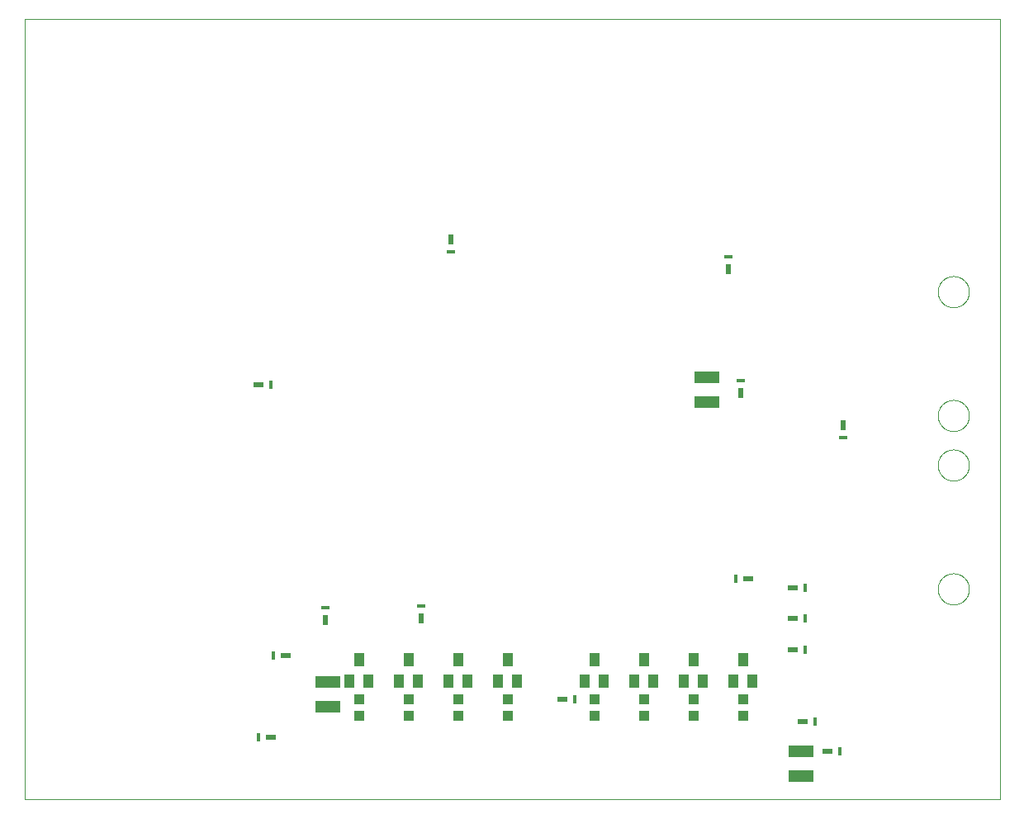
<source format=gbp>
G75*
%MOIN*%
%OFA0B0*%
%FSLAX25Y25*%
%IPPOS*%
%LPD*%
%AMOC8*
5,1,8,0,0,1.08239X$1,22.5*
%
%ADD10C,0.00000*%
%ADD11R,0.04000X0.02000*%
%ADD12R,0.01600X0.03200*%
%ADD13R,0.10000X0.05000*%
%ADD14R,0.02000X0.04000*%
%ADD15R,0.03200X0.01600*%
%ADD16R,0.03937X0.05512*%
%ADD17R,0.04331X0.03937*%
D10*
X0003000Y0106000D02*
X0003000Y0420961D01*
X0396701Y0420961D01*
X0396701Y0106000D01*
X0003000Y0106000D01*
X0371701Y0191000D02*
X0371703Y0191158D01*
X0371709Y0191316D01*
X0371719Y0191474D01*
X0371733Y0191632D01*
X0371751Y0191789D01*
X0371772Y0191946D01*
X0371798Y0192102D01*
X0371828Y0192258D01*
X0371861Y0192413D01*
X0371899Y0192566D01*
X0371940Y0192719D01*
X0371985Y0192871D01*
X0372034Y0193022D01*
X0372087Y0193171D01*
X0372143Y0193319D01*
X0372203Y0193465D01*
X0372267Y0193610D01*
X0372335Y0193753D01*
X0372406Y0193895D01*
X0372480Y0194035D01*
X0372558Y0194172D01*
X0372640Y0194308D01*
X0372724Y0194442D01*
X0372813Y0194573D01*
X0372904Y0194702D01*
X0372999Y0194829D01*
X0373096Y0194954D01*
X0373197Y0195076D01*
X0373301Y0195195D01*
X0373408Y0195312D01*
X0373518Y0195426D01*
X0373631Y0195537D01*
X0373746Y0195646D01*
X0373864Y0195751D01*
X0373985Y0195853D01*
X0374108Y0195953D01*
X0374234Y0196049D01*
X0374362Y0196142D01*
X0374492Y0196232D01*
X0374625Y0196318D01*
X0374760Y0196402D01*
X0374896Y0196481D01*
X0375035Y0196558D01*
X0375176Y0196630D01*
X0375318Y0196700D01*
X0375462Y0196765D01*
X0375608Y0196827D01*
X0375755Y0196885D01*
X0375904Y0196940D01*
X0376054Y0196991D01*
X0376205Y0197038D01*
X0376357Y0197081D01*
X0376510Y0197120D01*
X0376665Y0197156D01*
X0376820Y0197187D01*
X0376976Y0197215D01*
X0377132Y0197239D01*
X0377289Y0197259D01*
X0377447Y0197275D01*
X0377604Y0197287D01*
X0377763Y0197295D01*
X0377921Y0197299D01*
X0378079Y0197299D01*
X0378237Y0197295D01*
X0378396Y0197287D01*
X0378553Y0197275D01*
X0378711Y0197259D01*
X0378868Y0197239D01*
X0379024Y0197215D01*
X0379180Y0197187D01*
X0379335Y0197156D01*
X0379490Y0197120D01*
X0379643Y0197081D01*
X0379795Y0197038D01*
X0379946Y0196991D01*
X0380096Y0196940D01*
X0380245Y0196885D01*
X0380392Y0196827D01*
X0380538Y0196765D01*
X0380682Y0196700D01*
X0380824Y0196630D01*
X0380965Y0196558D01*
X0381104Y0196481D01*
X0381240Y0196402D01*
X0381375Y0196318D01*
X0381508Y0196232D01*
X0381638Y0196142D01*
X0381766Y0196049D01*
X0381892Y0195953D01*
X0382015Y0195853D01*
X0382136Y0195751D01*
X0382254Y0195646D01*
X0382369Y0195537D01*
X0382482Y0195426D01*
X0382592Y0195312D01*
X0382699Y0195195D01*
X0382803Y0195076D01*
X0382904Y0194954D01*
X0383001Y0194829D01*
X0383096Y0194702D01*
X0383187Y0194573D01*
X0383276Y0194442D01*
X0383360Y0194308D01*
X0383442Y0194172D01*
X0383520Y0194035D01*
X0383594Y0193895D01*
X0383665Y0193753D01*
X0383733Y0193610D01*
X0383797Y0193465D01*
X0383857Y0193319D01*
X0383913Y0193171D01*
X0383966Y0193022D01*
X0384015Y0192871D01*
X0384060Y0192719D01*
X0384101Y0192566D01*
X0384139Y0192413D01*
X0384172Y0192258D01*
X0384202Y0192102D01*
X0384228Y0191946D01*
X0384249Y0191789D01*
X0384267Y0191632D01*
X0384281Y0191474D01*
X0384291Y0191316D01*
X0384297Y0191158D01*
X0384299Y0191000D01*
X0384297Y0190842D01*
X0384291Y0190684D01*
X0384281Y0190526D01*
X0384267Y0190368D01*
X0384249Y0190211D01*
X0384228Y0190054D01*
X0384202Y0189898D01*
X0384172Y0189742D01*
X0384139Y0189587D01*
X0384101Y0189434D01*
X0384060Y0189281D01*
X0384015Y0189129D01*
X0383966Y0188978D01*
X0383913Y0188829D01*
X0383857Y0188681D01*
X0383797Y0188535D01*
X0383733Y0188390D01*
X0383665Y0188247D01*
X0383594Y0188105D01*
X0383520Y0187965D01*
X0383442Y0187828D01*
X0383360Y0187692D01*
X0383276Y0187558D01*
X0383187Y0187427D01*
X0383096Y0187298D01*
X0383001Y0187171D01*
X0382904Y0187046D01*
X0382803Y0186924D01*
X0382699Y0186805D01*
X0382592Y0186688D01*
X0382482Y0186574D01*
X0382369Y0186463D01*
X0382254Y0186354D01*
X0382136Y0186249D01*
X0382015Y0186147D01*
X0381892Y0186047D01*
X0381766Y0185951D01*
X0381638Y0185858D01*
X0381508Y0185768D01*
X0381375Y0185682D01*
X0381240Y0185598D01*
X0381104Y0185519D01*
X0380965Y0185442D01*
X0380824Y0185370D01*
X0380682Y0185300D01*
X0380538Y0185235D01*
X0380392Y0185173D01*
X0380245Y0185115D01*
X0380096Y0185060D01*
X0379946Y0185009D01*
X0379795Y0184962D01*
X0379643Y0184919D01*
X0379490Y0184880D01*
X0379335Y0184844D01*
X0379180Y0184813D01*
X0379024Y0184785D01*
X0378868Y0184761D01*
X0378711Y0184741D01*
X0378553Y0184725D01*
X0378396Y0184713D01*
X0378237Y0184705D01*
X0378079Y0184701D01*
X0377921Y0184701D01*
X0377763Y0184705D01*
X0377604Y0184713D01*
X0377447Y0184725D01*
X0377289Y0184741D01*
X0377132Y0184761D01*
X0376976Y0184785D01*
X0376820Y0184813D01*
X0376665Y0184844D01*
X0376510Y0184880D01*
X0376357Y0184919D01*
X0376205Y0184962D01*
X0376054Y0185009D01*
X0375904Y0185060D01*
X0375755Y0185115D01*
X0375608Y0185173D01*
X0375462Y0185235D01*
X0375318Y0185300D01*
X0375176Y0185370D01*
X0375035Y0185442D01*
X0374896Y0185519D01*
X0374760Y0185598D01*
X0374625Y0185682D01*
X0374492Y0185768D01*
X0374362Y0185858D01*
X0374234Y0185951D01*
X0374108Y0186047D01*
X0373985Y0186147D01*
X0373864Y0186249D01*
X0373746Y0186354D01*
X0373631Y0186463D01*
X0373518Y0186574D01*
X0373408Y0186688D01*
X0373301Y0186805D01*
X0373197Y0186924D01*
X0373096Y0187046D01*
X0372999Y0187171D01*
X0372904Y0187298D01*
X0372813Y0187427D01*
X0372724Y0187558D01*
X0372640Y0187692D01*
X0372558Y0187828D01*
X0372480Y0187965D01*
X0372406Y0188105D01*
X0372335Y0188247D01*
X0372267Y0188390D01*
X0372203Y0188535D01*
X0372143Y0188681D01*
X0372087Y0188829D01*
X0372034Y0188978D01*
X0371985Y0189129D01*
X0371940Y0189281D01*
X0371899Y0189434D01*
X0371861Y0189587D01*
X0371828Y0189742D01*
X0371798Y0189898D01*
X0371772Y0190054D01*
X0371751Y0190211D01*
X0371733Y0190368D01*
X0371719Y0190526D01*
X0371709Y0190684D01*
X0371703Y0190842D01*
X0371701Y0191000D01*
X0371701Y0241000D02*
X0371703Y0241158D01*
X0371709Y0241316D01*
X0371719Y0241474D01*
X0371733Y0241632D01*
X0371751Y0241789D01*
X0371772Y0241946D01*
X0371798Y0242102D01*
X0371828Y0242258D01*
X0371861Y0242413D01*
X0371899Y0242566D01*
X0371940Y0242719D01*
X0371985Y0242871D01*
X0372034Y0243022D01*
X0372087Y0243171D01*
X0372143Y0243319D01*
X0372203Y0243465D01*
X0372267Y0243610D01*
X0372335Y0243753D01*
X0372406Y0243895D01*
X0372480Y0244035D01*
X0372558Y0244172D01*
X0372640Y0244308D01*
X0372724Y0244442D01*
X0372813Y0244573D01*
X0372904Y0244702D01*
X0372999Y0244829D01*
X0373096Y0244954D01*
X0373197Y0245076D01*
X0373301Y0245195D01*
X0373408Y0245312D01*
X0373518Y0245426D01*
X0373631Y0245537D01*
X0373746Y0245646D01*
X0373864Y0245751D01*
X0373985Y0245853D01*
X0374108Y0245953D01*
X0374234Y0246049D01*
X0374362Y0246142D01*
X0374492Y0246232D01*
X0374625Y0246318D01*
X0374760Y0246402D01*
X0374896Y0246481D01*
X0375035Y0246558D01*
X0375176Y0246630D01*
X0375318Y0246700D01*
X0375462Y0246765D01*
X0375608Y0246827D01*
X0375755Y0246885D01*
X0375904Y0246940D01*
X0376054Y0246991D01*
X0376205Y0247038D01*
X0376357Y0247081D01*
X0376510Y0247120D01*
X0376665Y0247156D01*
X0376820Y0247187D01*
X0376976Y0247215D01*
X0377132Y0247239D01*
X0377289Y0247259D01*
X0377447Y0247275D01*
X0377604Y0247287D01*
X0377763Y0247295D01*
X0377921Y0247299D01*
X0378079Y0247299D01*
X0378237Y0247295D01*
X0378396Y0247287D01*
X0378553Y0247275D01*
X0378711Y0247259D01*
X0378868Y0247239D01*
X0379024Y0247215D01*
X0379180Y0247187D01*
X0379335Y0247156D01*
X0379490Y0247120D01*
X0379643Y0247081D01*
X0379795Y0247038D01*
X0379946Y0246991D01*
X0380096Y0246940D01*
X0380245Y0246885D01*
X0380392Y0246827D01*
X0380538Y0246765D01*
X0380682Y0246700D01*
X0380824Y0246630D01*
X0380965Y0246558D01*
X0381104Y0246481D01*
X0381240Y0246402D01*
X0381375Y0246318D01*
X0381508Y0246232D01*
X0381638Y0246142D01*
X0381766Y0246049D01*
X0381892Y0245953D01*
X0382015Y0245853D01*
X0382136Y0245751D01*
X0382254Y0245646D01*
X0382369Y0245537D01*
X0382482Y0245426D01*
X0382592Y0245312D01*
X0382699Y0245195D01*
X0382803Y0245076D01*
X0382904Y0244954D01*
X0383001Y0244829D01*
X0383096Y0244702D01*
X0383187Y0244573D01*
X0383276Y0244442D01*
X0383360Y0244308D01*
X0383442Y0244172D01*
X0383520Y0244035D01*
X0383594Y0243895D01*
X0383665Y0243753D01*
X0383733Y0243610D01*
X0383797Y0243465D01*
X0383857Y0243319D01*
X0383913Y0243171D01*
X0383966Y0243022D01*
X0384015Y0242871D01*
X0384060Y0242719D01*
X0384101Y0242566D01*
X0384139Y0242413D01*
X0384172Y0242258D01*
X0384202Y0242102D01*
X0384228Y0241946D01*
X0384249Y0241789D01*
X0384267Y0241632D01*
X0384281Y0241474D01*
X0384291Y0241316D01*
X0384297Y0241158D01*
X0384299Y0241000D01*
X0384297Y0240842D01*
X0384291Y0240684D01*
X0384281Y0240526D01*
X0384267Y0240368D01*
X0384249Y0240211D01*
X0384228Y0240054D01*
X0384202Y0239898D01*
X0384172Y0239742D01*
X0384139Y0239587D01*
X0384101Y0239434D01*
X0384060Y0239281D01*
X0384015Y0239129D01*
X0383966Y0238978D01*
X0383913Y0238829D01*
X0383857Y0238681D01*
X0383797Y0238535D01*
X0383733Y0238390D01*
X0383665Y0238247D01*
X0383594Y0238105D01*
X0383520Y0237965D01*
X0383442Y0237828D01*
X0383360Y0237692D01*
X0383276Y0237558D01*
X0383187Y0237427D01*
X0383096Y0237298D01*
X0383001Y0237171D01*
X0382904Y0237046D01*
X0382803Y0236924D01*
X0382699Y0236805D01*
X0382592Y0236688D01*
X0382482Y0236574D01*
X0382369Y0236463D01*
X0382254Y0236354D01*
X0382136Y0236249D01*
X0382015Y0236147D01*
X0381892Y0236047D01*
X0381766Y0235951D01*
X0381638Y0235858D01*
X0381508Y0235768D01*
X0381375Y0235682D01*
X0381240Y0235598D01*
X0381104Y0235519D01*
X0380965Y0235442D01*
X0380824Y0235370D01*
X0380682Y0235300D01*
X0380538Y0235235D01*
X0380392Y0235173D01*
X0380245Y0235115D01*
X0380096Y0235060D01*
X0379946Y0235009D01*
X0379795Y0234962D01*
X0379643Y0234919D01*
X0379490Y0234880D01*
X0379335Y0234844D01*
X0379180Y0234813D01*
X0379024Y0234785D01*
X0378868Y0234761D01*
X0378711Y0234741D01*
X0378553Y0234725D01*
X0378396Y0234713D01*
X0378237Y0234705D01*
X0378079Y0234701D01*
X0377921Y0234701D01*
X0377763Y0234705D01*
X0377604Y0234713D01*
X0377447Y0234725D01*
X0377289Y0234741D01*
X0377132Y0234761D01*
X0376976Y0234785D01*
X0376820Y0234813D01*
X0376665Y0234844D01*
X0376510Y0234880D01*
X0376357Y0234919D01*
X0376205Y0234962D01*
X0376054Y0235009D01*
X0375904Y0235060D01*
X0375755Y0235115D01*
X0375608Y0235173D01*
X0375462Y0235235D01*
X0375318Y0235300D01*
X0375176Y0235370D01*
X0375035Y0235442D01*
X0374896Y0235519D01*
X0374760Y0235598D01*
X0374625Y0235682D01*
X0374492Y0235768D01*
X0374362Y0235858D01*
X0374234Y0235951D01*
X0374108Y0236047D01*
X0373985Y0236147D01*
X0373864Y0236249D01*
X0373746Y0236354D01*
X0373631Y0236463D01*
X0373518Y0236574D01*
X0373408Y0236688D01*
X0373301Y0236805D01*
X0373197Y0236924D01*
X0373096Y0237046D01*
X0372999Y0237171D01*
X0372904Y0237298D01*
X0372813Y0237427D01*
X0372724Y0237558D01*
X0372640Y0237692D01*
X0372558Y0237828D01*
X0372480Y0237965D01*
X0372406Y0238105D01*
X0372335Y0238247D01*
X0372267Y0238390D01*
X0372203Y0238535D01*
X0372143Y0238681D01*
X0372087Y0238829D01*
X0372034Y0238978D01*
X0371985Y0239129D01*
X0371940Y0239281D01*
X0371899Y0239434D01*
X0371861Y0239587D01*
X0371828Y0239742D01*
X0371798Y0239898D01*
X0371772Y0240054D01*
X0371751Y0240211D01*
X0371733Y0240368D01*
X0371719Y0240526D01*
X0371709Y0240684D01*
X0371703Y0240842D01*
X0371701Y0241000D01*
X0371701Y0261000D02*
X0371703Y0261158D01*
X0371709Y0261316D01*
X0371719Y0261474D01*
X0371733Y0261632D01*
X0371751Y0261789D01*
X0371772Y0261946D01*
X0371798Y0262102D01*
X0371828Y0262258D01*
X0371861Y0262413D01*
X0371899Y0262566D01*
X0371940Y0262719D01*
X0371985Y0262871D01*
X0372034Y0263022D01*
X0372087Y0263171D01*
X0372143Y0263319D01*
X0372203Y0263465D01*
X0372267Y0263610D01*
X0372335Y0263753D01*
X0372406Y0263895D01*
X0372480Y0264035D01*
X0372558Y0264172D01*
X0372640Y0264308D01*
X0372724Y0264442D01*
X0372813Y0264573D01*
X0372904Y0264702D01*
X0372999Y0264829D01*
X0373096Y0264954D01*
X0373197Y0265076D01*
X0373301Y0265195D01*
X0373408Y0265312D01*
X0373518Y0265426D01*
X0373631Y0265537D01*
X0373746Y0265646D01*
X0373864Y0265751D01*
X0373985Y0265853D01*
X0374108Y0265953D01*
X0374234Y0266049D01*
X0374362Y0266142D01*
X0374492Y0266232D01*
X0374625Y0266318D01*
X0374760Y0266402D01*
X0374896Y0266481D01*
X0375035Y0266558D01*
X0375176Y0266630D01*
X0375318Y0266700D01*
X0375462Y0266765D01*
X0375608Y0266827D01*
X0375755Y0266885D01*
X0375904Y0266940D01*
X0376054Y0266991D01*
X0376205Y0267038D01*
X0376357Y0267081D01*
X0376510Y0267120D01*
X0376665Y0267156D01*
X0376820Y0267187D01*
X0376976Y0267215D01*
X0377132Y0267239D01*
X0377289Y0267259D01*
X0377447Y0267275D01*
X0377604Y0267287D01*
X0377763Y0267295D01*
X0377921Y0267299D01*
X0378079Y0267299D01*
X0378237Y0267295D01*
X0378396Y0267287D01*
X0378553Y0267275D01*
X0378711Y0267259D01*
X0378868Y0267239D01*
X0379024Y0267215D01*
X0379180Y0267187D01*
X0379335Y0267156D01*
X0379490Y0267120D01*
X0379643Y0267081D01*
X0379795Y0267038D01*
X0379946Y0266991D01*
X0380096Y0266940D01*
X0380245Y0266885D01*
X0380392Y0266827D01*
X0380538Y0266765D01*
X0380682Y0266700D01*
X0380824Y0266630D01*
X0380965Y0266558D01*
X0381104Y0266481D01*
X0381240Y0266402D01*
X0381375Y0266318D01*
X0381508Y0266232D01*
X0381638Y0266142D01*
X0381766Y0266049D01*
X0381892Y0265953D01*
X0382015Y0265853D01*
X0382136Y0265751D01*
X0382254Y0265646D01*
X0382369Y0265537D01*
X0382482Y0265426D01*
X0382592Y0265312D01*
X0382699Y0265195D01*
X0382803Y0265076D01*
X0382904Y0264954D01*
X0383001Y0264829D01*
X0383096Y0264702D01*
X0383187Y0264573D01*
X0383276Y0264442D01*
X0383360Y0264308D01*
X0383442Y0264172D01*
X0383520Y0264035D01*
X0383594Y0263895D01*
X0383665Y0263753D01*
X0383733Y0263610D01*
X0383797Y0263465D01*
X0383857Y0263319D01*
X0383913Y0263171D01*
X0383966Y0263022D01*
X0384015Y0262871D01*
X0384060Y0262719D01*
X0384101Y0262566D01*
X0384139Y0262413D01*
X0384172Y0262258D01*
X0384202Y0262102D01*
X0384228Y0261946D01*
X0384249Y0261789D01*
X0384267Y0261632D01*
X0384281Y0261474D01*
X0384291Y0261316D01*
X0384297Y0261158D01*
X0384299Y0261000D01*
X0384297Y0260842D01*
X0384291Y0260684D01*
X0384281Y0260526D01*
X0384267Y0260368D01*
X0384249Y0260211D01*
X0384228Y0260054D01*
X0384202Y0259898D01*
X0384172Y0259742D01*
X0384139Y0259587D01*
X0384101Y0259434D01*
X0384060Y0259281D01*
X0384015Y0259129D01*
X0383966Y0258978D01*
X0383913Y0258829D01*
X0383857Y0258681D01*
X0383797Y0258535D01*
X0383733Y0258390D01*
X0383665Y0258247D01*
X0383594Y0258105D01*
X0383520Y0257965D01*
X0383442Y0257828D01*
X0383360Y0257692D01*
X0383276Y0257558D01*
X0383187Y0257427D01*
X0383096Y0257298D01*
X0383001Y0257171D01*
X0382904Y0257046D01*
X0382803Y0256924D01*
X0382699Y0256805D01*
X0382592Y0256688D01*
X0382482Y0256574D01*
X0382369Y0256463D01*
X0382254Y0256354D01*
X0382136Y0256249D01*
X0382015Y0256147D01*
X0381892Y0256047D01*
X0381766Y0255951D01*
X0381638Y0255858D01*
X0381508Y0255768D01*
X0381375Y0255682D01*
X0381240Y0255598D01*
X0381104Y0255519D01*
X0380965Y0255442D01*
X0380824Y0255370D01*
X0380682Y0255300D01*
X0380538Y0255235D01*
X0380392Y0255173D01*
X0380245Y0255115D01*
X0380096Y0255060D01*
X0379946Y0255009D01*
X0379795Y0254962D01*
X0379643Y0254919D01*
X0379490Y0254880D01*
X0379335Y0254844D01*
X0379180Y0254813D01*
X0379024Y0254785D01*
X0378868Y0254761D01*
X0378711Y0254741D01*
X0378553Y0254725D01*
X0378396Y0254713D01*
X0378237Y0254705D01*
X0378079Y0254701D01*
X0377921Y0254701D01*
X0377763Y0254705D01*
X0377604Y0254713D01*
X0377447Y0254725D01*
X0377289Y0254741D01*
X0377132Y0254761D01*
X0376976Y0254785D01*
X0376820Y0254813D01*
X0376665Y0254844D01*
X0376510Y0254880D01*
X0376357Y0254919D01*
X0376205Y0254962D01*
X0376054Y0255009D01*
X0375904Y0255060D01*
X0375755Y0255115D01*
X0375608Y0255173D01*
X0375462Y0255235D01*
X0375318Y0255300D01*
X0375176Y0255370D01*
X0375035Y0255442D01*
X0374896Y0255519D01*
X0374760Y0255598D01*
X0374625Y0255682D01*
X0374492Y0255768D01*
X0374362Y0255858D01*
X0374234Y0255951D01*
X0374108Y0256047D01*
X0373985Y0256147D01*
X0373864Y0256249D01*
X0373746Y0256354D01*
X0373631Y0256463D01*
X0373518Y0256574D01*
X0373408Y0256688D01*
X0373301Y0256805D01*
X0373197Y0256924D01*
X0373096Y0257046D01*
X0372999Y0257171D01*
X0372904Y0257298D01*
X0372813Y0257427D01*
X0372724Y0257558D01*
X0372640Y0257692D01*
X0372558Y0257828D01*
X0372480Y0257965D01*
X0372406Y0258105D01*
X0372335Y0258247D01*
X0372267Y0258390D01*
X0372203Y0258535D01*
X0372143Y0258681D01*
X0372087Y0258829D01*
X0372034Y0258978D01*
X0371985Y0259129D01*
X0371940Y0259281D01*
X0371899Y0259434D01*
X0371861Y0259587D01*
X0371828Y0259742D01*
X0371798Y0259898D01*
X0371772Y0260054D01*
X0371751Y0260211D01*
X0371733Y0260368D01*
X0371719Y0260526D01*
X0371709Y0260684D01*
X0371703Y0260842D01*
X0371701Y0261000D01*
X0371701Y0311000D02*
X0371703Y0311158D01*
X0371709Y0311316D01*
X0371719Y0311474D01*
X0371733Y0311632D01*
X0371751Y0311789D01*
X0371772Y0311946D01*
X0371798Y0312102D01*
X0371828Y0312258D01*
X0371861Y0312413D01*
X0371899Y0312566D01*
X0371940Y0312719D01*
X0371985Y0312871D01*
X0372034Y0313022D01*
X0372087Y0313171D01*
X0372143Y0313319D01*
X0372203Y0313465D01*
X0372267Y0313610D01*
X0372335Y0313753D01*
X0372406Y0313895D01*
X0372480Y0314035D01*
X0372558Y0314172D01*
X0372640Y0314308D01*
X0372724Y0314442D01*
X0372813Y0314573D01*
X0372904Y0314702D01*
X0372999Y0314829D01*
X0373096Y0314954D01*
X0373197Y0315076D01*
X0373301Y0315195D01*
X0373408Y0315312D01*
X0373518Y0315426D01*
X0373631Y0315537D01*
X0373746Y0315646D01*
X0373864Y0315751D01*
X0373985Y0315853D01*
X0374108Y0315953D01*
X0374234Y0316049D01*
X0374362Y0316142D01*
X0374492Y0316232D01*
X0374625Y0316318D01*
X0374760Y0316402D01*
X0374896Y0316481D01*
X0375035Y0316558D01*
X0375176Y0316630D01*
X0375318Y0316700D01*
X0375462Y0316765D01*
X0375608Y0316827D01*
X0375755Y0316885D01*
X0375904Y0316940D01*
X0376054Y0316991D01*
X0376205Y0317038D01*
X0376357Y0317081D01*
X0376510Y0317120D01*
X0376665Y0317156D01*
X0376820Y0317187D01*
X0376976Y0317215D01*
X0377132Y0317239D01*
X0377289Y0317259D01*
X0377447Y0317275D01*
X0377604Y0317287D01*
X0377763Y0317295D01*
X0377921Y0317299D01*
X0378079Y0317299D01*
X0378237Y0317295D01*
X0378396Y0317287D01*
X0378553Y0317275D01*
X0378711Y0317259D01*
X0378868Y0317239D01*
X0379024Y0317215D01*
X0379180Y0317187D01*
X0379335Y0317156D01*
X0379490Y0317120D01*
X0379643Y0317081D01*
X0379795Y0317038D01*
X0379946Y0316991D01*
X0380096Y0316940D01*
X0380245Y0316885D01*
X0380392Y0316827D01*
X0380538Y0316765D01*
X0380682Y0316700D01*
X0380824Y0316630D01*
X0380965Y0316558D01*
X0381104Y0316481D01*
X0381240Y0316402D01*
X0381375Y0316318D01*
X0381508Y0316232D01*
X0381638Y0316142D01*
X0381766Y0316049D01*
X0381892Y0315953D01*
X0382015Y0315853D01*
X0382136Y0315751D01*
X0382254Y0315646D01*
X0382369Y0315537D01*
X0382482Y0315426D01*
X0382592Y0315312D01*
X0382699Y0315195D01*
X0382803Y0315076D01*
X0382904Y0314954D01*
X0383001Y0314829D01*
X0383096Y0314702D01*
X0383187Y0314573D01*
X0383276Y0314442D01*
X0383360Y0314308D01*
X0383442Y0314172D01*
X0383520Y0314035D01*
X0383594Y0313895D01*
X0383665Y0313753D01*
X0383733Y0313610D01*
X0383797Y0313465D01*
X0383857Y0313319D01*
X0383913Y0313171D01*
X0383966Y0313022D01*
X0384015Y0312871D01*
X0384060Y0312719D01*
X0384101Y0312566D01*
X0384139Y0312413D01*
X0384172Y0312258D01*
X0384202Y0312102D01*
X0384228Y0311946D01*
X0384249Y0311789D01*
X0384267Y0311632D01*
X0384281Y0311474D01*
X0384291Y0311316D01*
X0384297Y0311158D01*
X0384299Y0311000D01*
X0384297Y0310842D01*
X0384291Y0310684D01*
X0384281Y0310526D01*
X0384267Y0310368D01*
X0384249Y0310211D01*
X0384228Y0310054D01*
X0384202Y0309898D01*
X0384172Y0309742D01*
X0384139Y0309587D01*
X0384101Y0309434D01*
X0384060Y0309281D01*
X0384015Y0309129D01*
X0383966Y0308978D01*
X0383913Y0308829D01*
X0383857Y0308681D01*
X0383797Y0308535D01*
X0383733Y0308390D01*
X0383665Y0308247D01*
X0383594Y0308105D01*
X0383520Y0307965D01*
X0383442Y0307828D01*
X0383360Y0307692D01*
X0383276Y0307558D01*
X0383187Y0307427D01*
X0383096Y0307298D01*
X0383001Y0307171D01*
X0382904Y0307046D01*
X0382803Y0306924D01*
X0382699Y0306805D01*
X0382592Y0306688D01*
X0382482Y0306574D01*
X0382369Y0306463D01*
X0382254Y0306354D01*
X0382136Y0306249D01*
X0382015Y0306147D01*
X0381892Y0306047D01*
X0381766Y0305951D01*
X0381638Y0305858D01*
X0381508Y0305768D01*
X0381375Y0305682D01*
X0381240Y0305598D01*
X0381104Y0305519D01*
X0380965Y0305442D01*
X0380824Y0305370D01*
X0380682Y0305300D01*
X0380538Y0305235D01*
X0380392Y0305173D01*
X0380245Y0305115D01*
X0380096Y0305060D01*
X0379946Y0305009D01*
X0379795Y0304962D01*
X0379643Y0304919D01*
X0379490Y0304880D01*
X0379335Y0304844D01*
X0379180Y0304813D01*
X0379024Y0304785D01*
X0378868Y0304761D01*
X0378711Y0304741D01*
X0378553Y0304725D01*
X0378396Y0304713D01*
X0378237Y0304705D01*
X0378079Y0304701D01*
X0377921Y0304701D01*
X0377763Y0304705D01*
X0377604Y0304713D01*
X0377447Y0304725D01*
X0377289Y0304741D01*
X0377132Y0304761D01*
X0376976Y0304785D01*
X0376820Y0304813D01*
X0376665Y0304844D01*
X0376510Y0304880D01*
X0376357Y0304919D01*
X0376205Y0304962D01*
X0376054Y0305009D01*
X0375904Y0305060D01*
X0375755Y0305115D01*
X0375608Y0305173D01*
X0375462Y0305235D01*
X0375318Y0305300D01*
X0375176Y0305370D01*
X0375035Y0305442D01*
X0374896Y0305519D01*
X0374760Y0305598D01*
X0374625Y0305682D01*
X0374492Y0305768D01*
X0374362Y0305858D01*
X0374234Y0305951D01*
X0374108Y0306047D01*
X0373985Y0306147D01*
X0373864Y0306249D01*
X0373746Y0306354D01*
X0373631Y0306463D01*
X0373518Y0306574D01*
X0373408Y0306688D01*
X0373301Y0306805D01*
X0373197Y0306924D01*
X0373096Y0307046D01*
X0372999Y0307171D01*
X0372904Y0307298D01*
X0372813Y0307427D01*
X0372724Y0307558D01*
X0372640Y0307692D01*
X0372558Y0307828D01*
X0372480Y0307965D01*
X0372406Y0308105D01*
X0372335Y0308247D01*
X0372267Y0308390D01*
X0372203Y0308535D01*
X0372143Y0308681D01*
X0372087Y0308829D01*
X0372034Y0308978D01*
X0371985Y0309129D01*
X0371940Y0309281D01*
X0371899Y0309434D01*
X0371861Y0309587D01*
X0371828Y0309742D01*
X0371798Y0309898D01*
X0371772Y0310054D01*
X0371751Y0310211D01*
X0371733Y0310368D01*
X0371719Y0310526D01*
X0371709Y0310684D01*
X0371703Y0310842D01*
X0371701Y0311000D01*
D11*
X0313000Y0191500D03*
X0313000Y0179000D03*
X0313000Y0166500D03*
X0295000Y0195000D03*
X0317000Y0137500D03*
X0327000Y0125500D03*
X0220000Y0146500D03*
X0108500Y0164000D03*
X0102500Y0131000D03*
X0097500Y0273500D03*
D12*
X0102500Y0273500D03*
X0103500Y0164000D03*
X0097500Y0131000D03*
X0225000Y0146500D03*
X0290000Y0195000D03*
X0318000Y0191500D03*
X0318000Y0179000D03*
X0318000Y0166500D03*
X0322000Y0137500D03*
X0332000Y0125500D03*
D13*
X0316500Y0125500D03*
X0316500Y0115500D03*
X0278500Y0266500D03*
X0278500Y0276500D03*
X0125500Y0153500D03*
X0125500Y0143500D03*
D14*
X0124500Y0178500D03*
X0163000Y0179000D03*
X0175000Y0332000D03*
X0287000Y0320000D03*
X0292000Y0270000D03*
X0333500Y0257000D03*
D15*
X0333500Y0252000D03*
X0292000Y0275000D03*
X0287000Y0325000D03*
X0175000Y0327000D03*
X0163000Y0184000D03*
X0124500Y0183500D03*
D16*
X0138000Y0162331D03*
X0134260Y0153669D03*
X0141740Y0153669D03*
X0154260Y0153669D03*
X0161740Y0153669D03*
X0158000Y0162331D03*
X0174260Y0153669D03*
X0181740Y0153669D03*
X0178000Y0162331D03*
X0194260Y0153669D03*
X0201740Y0153669D03*
X0198000Y0162331D03*
X0229260Y0153669D03*
X0236740Y0153669D03*
X0233000Y0162331D03*
X0249260Y0153669D03*
X0256740Y0153669D03*
X0253000Y0162331D03*
X0269260Y0153669D03*
X0276740Y0153669D03*
X0273000Y0162331D03*
X0289260Y0153669D03*
X0296740Y0153669D03*
X0293000Y0162331D03*
D17*
X0293000Y0146346D03*
X0293000Y0139654D03*
X0273000Y0139654D03*
X0273000Y0146346D03*
X0253000Y0146346D03*
X0253000Y0139654D03*
X0233000Y0139654D03*
X0233000Y0146346D03*
X0198000Y0146346D03*
X0198000Y0139654D03*
X0178000Y0139654D03*
X0178000Y0146346D03*
X0158000Y0146346D03*
X0158000Y0139654D03*
X0138000Y0139654D03*
X0138000Y0146346D03*
M02*

</source>
